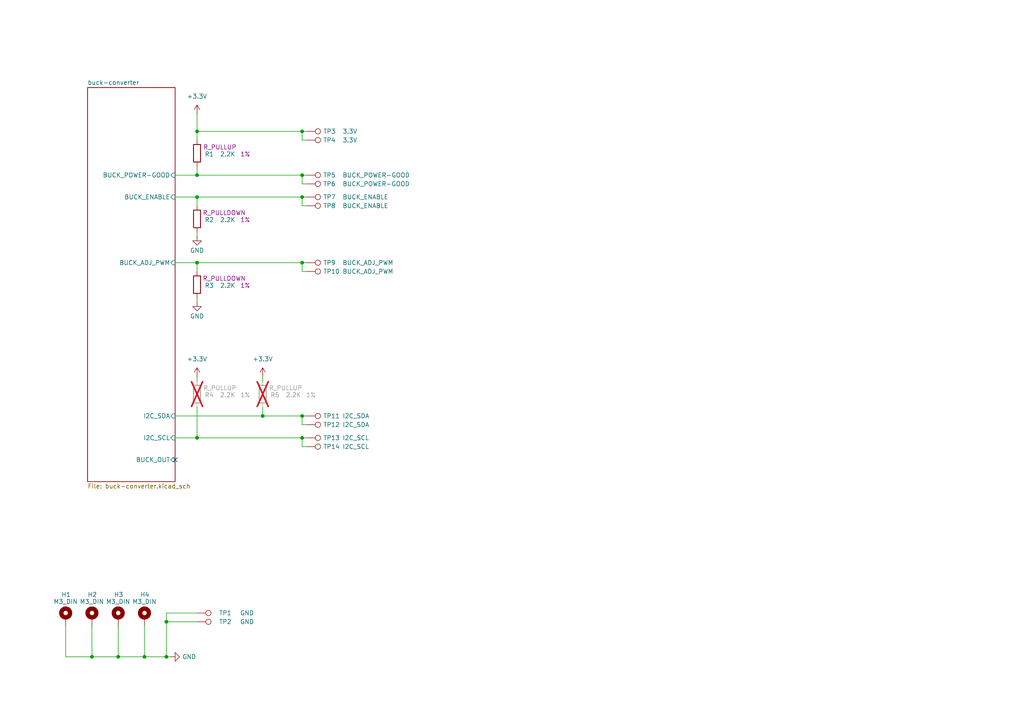
<source format=kicad_sch>
(kicad_sch (version 20250114) (generator "eeschema") (generator_version "9.0")
  (paper "A4")
  (title_block (title "dual-converter-buck-module") (date "[25.01.14]") (rev "RevC V1.1") (company "Rack Robotics, Inc."))
  (lib_symbols
    (symbol "Connector:TestPoint" (pin_numbers (hide yes)) (pin_names (offset 0.762) (hide yes))
      (property "Reference" "TP" (at 0 6.858 0))
      (property "Value" "TestPoint" (at 0 5.08 0))
      (symbol "TestPoint_0_1"
        (circle (center 0 3.302) (radius 0.762))
      )
      (symbol "TestPoint_1_1"
        (pin passive line (at 0 0 90) (length 2.54) (name "1") (number "1"))
      )
    )
    (symbol "Device:R" (pin_numbers (hide yes)) (pin_names (offset 0))
      (property "Reference" "R" (at 2.032 0 90))
      (property "Value" "R" (at 0 0 90))
      (symbol "R_0_1"
        (rectangle (start -1.016 -2.54) (end 1.016 2.54) (stroke (width 0.254)))
      )
      (symbol "R_1_1"
        (pin passive line (at 0 3.81 270) (length 1.27) (name "~") (number "1"))
        (pin passive line (at 0 -3.81 90) (length 1.27) (name "~") (number "2"))
      )
    )
    (symbol "Mechanical:MountingHole_Pad" (pin_numbers (hide yes)) (pin_names (offset 1.016) (hide yes)) (exclude_from_sim yes) (in_bom no)
      (property "Reference" "H" (at 0 6.35 0))
      (property "Value" "MountingHole_Pad" (at 0 4.445 0))
      (symbol "MountingHole_Pad_0_1"
        (circle (center 0 1.27) (radius 1.27) (stroke (width 1.27)))
      )
      (symbol "MountingHole_Pad_1_1"
        (pin input line (at 0 -2.54 90) (length 2.54) (name "1") (number "1"))
      )
    )
    (symbol "power:+3.3V" (power) (pin_numbers (hide yes)) (pin_names (offset 0) (hide yes))
      (property "Value" "+3.3V" (at 0 3.556 0))
      (symbol "+3.3V_0_1"
        (polyline (pts (xy -0.762 1.27) (xy 0 2.54)))
        (polyline (pts (xy 0 2.54) (xy 0.762 1.27)))
        (polyline (pts (xy 0 0) (xy 0 2.54)))
      )
      (symbol "+3.3V_1_1"
        (pin power_in line (at 0 0 90) (length 0) (name "~") (number "1"))
      )
    )
    (symbol "power:GND" (power) (pin_numbers (hide yes)) (pin_names (offset 0) (hide yes))
      (property "Value" "GND" (at 0 -3.81 0))
      (symbol "GND_0_1"
        (polyline (pts (xy 0 0) (xy 0 -1.27) (xy 1.27 -1.27) (xy 0 -2.54) (xy -1.27 -1.27) (xy 0 -1.27)))
      )
      (symbol "GND_1_1"
        (pin power_in line (at 0 0 270) (length 0) (name "~") (number "1"))
      )
    )
  )
  (junction (at 57.15 76.2))
  (junction (at 48.26 190.5))
  (junction (at 87.63 38.1))
  (junction (at 57.15 50.8))
  (junction (at 57.15 57.15))
  (junction (at 26.67 190.5))
  (junction (at 57.15 38.1))
  (junction (at 48.26 180.34))
  (junction (at 87.63 57.15))
  (junction (at 87.63 127))
  (junction (at 87.63 50.8))
  (junction (at 87.63 120.65))
  (junction (at 57.15 127))
  (junction (at 87.63 76.2))
  (junction (at 34.29 190.5))
  (junction (at 41.91 190.5))
  (junction (at 76.2 120.65))
  (no_connect (at 50.8 133.35))
  (wire (pts (xy 76.2 118.11) (xy 76.2 120.65)))
  (wire (pts (xy 19.05 190.5) (xy 26.67 190.5)))
  (wire (pts (xy 57.15 67.31) (xy 57.15 68.58)))
  (wire (pts (xy 19.05 181.61) (xy 19.05 190.5)))
  (wire (pts (xy 50.8 57.15) (xy 57.15 57.15)))
  (wire (pts (xy 50.8 127) (xy 57.15 127)))
  (wire (pts (xy 34.29 190.5) (xy 41.91 190.5)))
  (wire (pts (xy 48.26 180.34) (xy 48.26 190.5)))
  (wire (pts (xy 76.2 109.22) (xy 76.2 110.49)))
  (wire (pts (xy 26.67 190.5) (xy 34.29 190.5)))
  (wire (pts (xy 76.2 120.65) (xy 87.63 120.65)))
  (wire (pts (xy 48.26 190.5) (xy 49.53 190.5)))
  (wire (pts (xy 88.9 78.74) (xy 87.63 78.74)))
  (wire (pts (xy 87.63 78.74) (xy 87.63 76.2)))
  (wire (pts (xy 50.8 76.2) (xy 57.15 76.2)))
  (wire (pts (xy 57.15 38.1) (xy 87.63 38.1)))
  (wire (pts (xy 87.63 123.19) (xy 87.63 120.65)))
  (wire (pts (xy 88.9 59.69) (xy 87.63 59.69)))
  (wire (pts (xy 87.63 50.8) (xy 88.9 50.8)))
  (wire (pts (xy 87.63 120.65) (xy 88.9 120.65)))
  (wire (pts (xy 50.8 120.65) (xy 76.2 120.65)))
  (wire (pts (xy 57.15 109.22) (xy 57.15 110.49)))
  (wire (pts (xy 57.15 118.11) (xy 57.15 127)))
  (wire (pts (xy 57.15 127) (xy 87.63 127)))
  (wire (pts (xy 88.9 123.19) (xy 87.63 123.19)))
  (wire (pts (xy 41.91 190.5) (xy 48.26 190.5)))
  (wire (pts (xy 87.63 76.2) (xy 88.9 76.2)))
  (wire (pts (xy 57.15 57.15) (xy 87.63 57.15)))
  (wire (pts (xy 50.8 50.8) (xy 57.15 50.8)))
  (wire (pts (xy 88.9 129.54) (xy 87.63 129.54)))
  (wire (pts (xy 57.15 76.2) (xy 87.63 76.2)))
  (wire (pts (xy 87.63 127) (xy 88.9 127)))
  (wire (pts (xy 57.15 38.1) (xy 57.15 40.64)))
  (wire (pts (xy 87.63 38.1) (xy 88.9 38.1)))
  (wire (pts (xy 57.15 76.2) (xy 57.15 78.74)))
  (wire (pts (xy 57.15 180.34) (xy 48.26 180.34)))
  (wire (pts (xy 88.9 53.34) (xy 87.63 53.34)))
  (wire (pts (xy 48.26 177.8) (xy 48.26 180.34)))
  (wire (pts (xy 41.91 181.61) (xy 41.91 190.5)))
  (wire (pts (xy 26.67 181.61) (xy 26.67 190.5)))
  (wire (pts (xy 34.29 181.61) (xy 34.29 190.5)))
  (wire (pts (xy 57.15 33.02) (xy 57.15 38.1)))
  (wire (pts (xy 87.63 129.54) (xy 87.63 127)))
  (wire (pts (xy 57.15 48.26) (xy 57.15 50.8)))
  (wire (pts (xy 57.15 86.36) (xy 57.15 87.63)))
  (wire (pts (xy 57.15 177.8) (xy 48.26 177.8)))
  (wire (pts (xy 87.63 59.69) (xy 87.63 57.15)))
  (wire (pts (xy 57.15 50.8) (xy 87.63 50.8)))
  (wire (pts (xy 87.63 40.64) (xy 87.63 38.1)))
  (wire (pts (xy 87.63 53.34) (xy 87.63 50.8)))
  (wire (pts (xy 57.15 57.15) (xy 57.15 59.69)))
  (wire (pts (xy 88.9 40.64) (xy 87.63 40.64)))
  (wire (pts (xy 87.63 57.15) (xy 88.9 57.15)))
  (symbol (lib_id "Mechanical:MountingHole_Pad") (at 19.05 179.07 0) (unit 1) (exclude_from_sim yes) (in_bom no)
    (property "Reference" "H1" (at 17.78 172.466 0) (effects (justify left)))
    (property "Value" "M3_DIN" (at 15.494 174.498 0) (effects (justify left)))
    (property "Footprint" "MountingHole:MountingHole_3.2mm_M3_DIN965_Pad_TopBottom" (effects (hide yes)))
    (property "Datasheet" "NULL" (effects (hide yes)))
    (property "Description" "M3 Mounting hole with op & bottom pads exposed" (effects (hide yes)))
    (property "Manufacturer" "NULL" (effects (hide yes)))
    (property "Manufacturer#" "NULL" (effects (hide yes)))
    (property "Distributor" "NULL" (effects (hide yes)))
    (property "Distributor#" "NULL" (effects (hide yes)))
    (property "Role" "NULL" (effects (hide yes)))
  )
  (symbol (lib_id "Connector:TestPoint") (at 88.9 78.74 270) (unit 1) (in_bom no)
    (property "Reference" "TP10" (at 93.726 78.74 90) (effects (justify left)))
    (property "Value" "BUCK_ADJ_PWM" (at 99.314 78.74 90) (effects (justify left)))
    (property "Footprint" "TestPoint:TestPoint_Pad_2.0x2.0mm" (effects (hide yes)))
    (property "Datasheet" "NULL" (effects (hide yes)))
    (property "Description" "NULL" (effects (hide yes)))
    (property "Manufacturer" "NULL" (effects (hide yes)))
    (property "Manufacturer#" "NULL" (effects (hide yes)))
    (property "Distributor" "NULL" (effects (hide yes)))
    (property "Distributor#" "NULL" (effects (hide yes)))
    (property "Role" "NULL" (effects (hide yes)))
  )
  (symbol (lib_id "Connector:TestPoint") (at 88.9 59.69 270) (unit 1) (in_bom no)
    (property "Reference" "TP8" (at 93.726 59.69 90) (effects (justify left)))
    (property "Value" "BUCK_ENABLE" (at 99.314 59.69 90) (effects (justify left)))
    (property "Footprint" "TestPoint:TestPoint_Pad_2.0x2.0mm" (effects (hide yes)))
    (property "Datasheet" "NULL" (effects (hide yes)))
    (property "Description" "NULL" (effects (hide yes)))
    (property "Manufacturer" "NULL" (effects (hide yes)))
    (property "Manufacturer#" "NULL" (effects (hide yes)))
    (property "Distributor" "NULL" (effects (hide yes)))
    (property "Distributor#" "NULL" (effects (hide yes)))
    (property "Role" "NULL" (effects (hide yes)))
  )
  (symbol (lib_id "Connector:TestPoint") (at 88.9 129.54 270) (unit 1) (in_bom no)
    (property "Reference" "TP14" (at 93.726 129.54 90) (effects (justify left)))
    (property "Value" "I2C_SCL" (at 99.314 129.54 90) (effects (justify left)))
    (property "Footprint" "TestPoint:TestPoint_Pad_2.0x2.0mm" (effects (hide yes)))
    (property "Datasheet" "NULL" (effects (hide yes)))
    (property "Description" "NULL" (effects (hide yes)))
    (property "Manufacturer" "NULL" (effects (hide yes)))
    (property "Manufacturer#" "NULL" (effects (hide yes)))
    (property "Distributor" "NULL" (effects (hide yes)))
    (property "Distributor#" "NULL" (effects (hide yes)))
    (property "Role" "NULL" (effects (hide yes)))
  )
  (symbol (lib_id "Device:R") (at 57.15 114.3 180) (unit 1) (dnp yes)
    (property "Reference" "R4" (at 60.706 114.554 0))
    (property "Value" "2.2K" (at 66.04 114.554 0))
    (property "Footprint" "Resistor_SMD:R_0603_1608Metric" (effects (hide yes)))
    (property "Datasheet" "https://www.yageo.com/upload/media/product/products/datasheet/rchip/PYu-RC_Group_51_RoHS_L_12.pdf" (effects (hide yes)))
    (property "Description" "2.2 kOhms ±1% 0.1W, 1/10W Chip Resistor 0603 (1608 Metric) Moisture Resistant Thick Film" (effects (hide yes)))
    (property "Manufacturer" "YAGEO" (effects (hide yes)))
    (property "Tolerance" "1%" (at 71.12 114.554 0))
    (property "Role" "R_PULLUP" (at 63.754 112.522 0))
    (property "Manufacturer#" "RC0603FR-072K2L" (effects (hide yes)))
    (property "Distributor" "Digikey Electronics, Inc." (effects (hide yes)))
    (property "Distributor#" "311-2.20KHRCT-ND" (effects (hide yes)))
    (property "LCSC Part # " "C114662" (effects (hide yes)))
  )
  (symbol (lib_id "Device:R") (at 76.2 114.3 180) (unit 1) (dnp yes)
    (property "Reference" "R5" (at 79.756 114.554 0))
    (property "Value" "2.2K" (at 85.09 114.554 0))
    (property "Footprint" "Resistor_SMD:R_0603_1608Metric" (effects (hide yes)))
    (property "Datasheet" "https://www.yageo.com/upload/media/product/products/datasheet/rchip/PYu-RC_Group_51_RoHS_L_12.pdf" (effects (hide yes)))
    (property "Description" "2.2 kOhms ±1% 0.1W, 1/10W Chip Resistor 0603 (1608 Metric) Moisture Resistant Thick Film" (effects (hide yes)))
    (property "Manufacturer" "YAGEO" (effects (hide yes)))
    (property "Tolerance" "1%" (at 90.17 114.554 0))
    (property "Role" "R_PULLUP" (at 82.804 112.522 0))
    (property "Manufacturer#" "RC0603FR-072K2L" (effects (hide yes)))
    (property "Distributor" "Digikey Electronics, Inc." (effects (hide yes)))
    (property "Distributor#" "311-2.20KHRCT-ND" (effects (hide yes)))
    (property "LCSC Part # " "C114662" (effects (hide yes)))
  )
  (symbol (lib_id "Mechanical:MountingHole_Pad") (at 34.29 179.07 0) (unit 1) (exclude_from_sim yes) (in_bom no)
    (property "Reference" "H3" (at 33.02 172.466 0) (effects (justify left)))
    (property "Value" "M3_DIN" (at 30.734 174.498 0) (effects (justify left)))
    (property "Footprint" "MountingHole:MountingHole_3.2mm_M3_DIN965_Pad_TopBottom" (effects (hide yes)))
    (property "Datasheet" "NULL" (effects (hide yes)))
    (property "Description" "M3 Mounting hole with op & bottom pads exposed" (effects (hide yes)))
    (property "Manufacturer" "NULL" (effects (hide yes)))
    (property "Manufacturer#" "NULL" (effects (hide yes)))
    (property "Distributor" "NULL" (effects (hide yes)))
    (property "Distributor#" "NULL" (effects (hide yes)))
    (property "Role" "NULL" (effects (hide yes)))
  )
  (symbol (lib_id "Mechanical:MountingHole_Pad") (at 26.67 179.07 0) (unit 1) (exclude_from_sim yes) (in_bom no)
    (property "Reference" "H2" (at 25.4 172.466 0) (effects (justify left)))
    (property "Value" "M3_DIN" (at 23.114 174.498 0) (effects (justify left)))
    (property "Footprint" "MountingHole:MountingHole_3.2mm_M3_DIN965_Pad_TopBottom" (effects (hide yes)))
    (property "Datasheet" "NULL" (effects (hide yes)))
    (property "Description" "M3 Mounting hole with op & bottom pads exposed" (effects (hide yes)))
    (property "Manufacturer" "NULL" (effects (hide yes)))
    (property "Manufacturer#" "NULL" (effects (hide yes)))
    (property "Distributor" "NULL" (effects (hide yes)))
    (property "Distributor#" "NULL" (effects (hide yes)))
    (property "Role" "NULL" (effects (hide yes)))
  )
  (symbol (lib_id "Connector:TestPoint") (at 88.9 123.19 270) (unit 1) (in_bom no)
    (property "Reference" "TP12" (at 93.726 123.19 90) (effects (justify left)))
    (property "Value" "I2C_SDA" (at 99.314 123.19 90) (effects (justify left)))
    (property "Footprint" "TestPoint:TestPoint_Pad_2.0x2.0mm" (effects (hide yes)))
    (property "Datasheet" "NULL" (effects (hide yes)))
    (property "Description" "NULL" (effects (hide yes)))
    (property "Manufacturer" "NULL" (effects (hide yes)))
    (property "Manufacturer#" "NULL" (effects (hide yes)))
    (property "Distributor" "NULL" (effects (hide yes)))
    (property "Distributor#" "NULL" (effects (hide yes)))
    (property "Role" "NULL" (effects (hide yes)))
  )
  (symbol (lib_id "Connector:TestPoint") (at 88.9 76.2 270) (unit 1) (in_bom no)
    (property "Reference" "TP9" (at 93.726 76.2 90) (effects (justify left)))
    (property "Value" "BUCK_ADJ_PWM" (at 99.314 76.2 90) (effects (justify left)))
    (property "Footprint" "TestPoint:TestPoint_Pad_2.0x2.0mm" (effects (hide yes)))
    (property "Datasheet" "NULL" (effects (hide yes)))
    (property "Description" "NULL" (effects (hide yes)))
    (property "Manufacturer" "NULL" (effects (hide yes)))
    (property "Manufacturer#" "NULL" (effects (hide yes)))
    (property "Distributor" "NULL" (effects (hide yes)))
    (property "Distributor#" "NULL" (effects (hide yes)))
    (property "Role" "NULL" (effects (hide yes)))
  )
  (symbol (lib_id "power:+3.3V") (at 57.15 109.22 0) (unit 1)
    (property "Reference" "#PWR05" (effects (hide yes)))
    (property "Value" "+3.3V" (at 57.15 104.14 0))
    (property "Description" "Power symbol creates a global label with name \"+3.3V\"" (effects (hide yes)))
  )
  (symbol (lib_id "Connector:TestPoint") (at 88.9 57.15 270) (unit 1) (in_bom no)
    (property "Reference" "TP7" (at 93.726 57.15 90) (effects (justify left)))
    (property "Value" "BUCK_ENABLE" (at 99.314 57.15 90) (effects (justify left)))
    (property "Footprint" "TestPoint:TestPoint_Pad_2.0x2.0mm" (effects (hide yes)))
    (property "Datasheet" "NULL" (effects (hide yes)))
    (property "Description" "NULL" (effects (hide yes)))
    (property "Manufacturer" "NULL" (effects (hide yes)))
    (property "Manufacturer#" "NULL" (effects (hide yes)))
    (property "Distributor" "NULL" (effects (hide yes)))
    (property "Distributor#" "NULL" (effects (hide yes)))
    (property "Role" "NULL" (effects (hide yes)))
  )
  (symbol (lib_id "Mechanical:MountingHole_Pad") (at 41.91 179.07 0) (unit 1) (exclude_from_sim yes) (in_bom no)
    (property "Reference" "H4" (at 40.64 172.466 0) (effects (justify left)))
    (property "Value" "M3_DIN" (at 38.354 174.498 0) (effects (justify left)))
    (property "Footprint" "MountingHole:MountingHole_3.2mm_M3_DIN965_Pad_TopBottom" (effects (hide yes)))
    (property "Datasheet" "NULL" (effects (hide yes)))
    (property "Description" "M3 Mounting hole with op & bottom pads exposed" (effects (hide yes)))
    (property "Manufacturer" "NULL" (effects (hide yes)))
    (property "Manufacturer#" "NULL" (effects (hide yes)))
    (property "Distributor" "NULL" (effects (hide yes)))
    (property "Distributor#" "NULL" (effects (hide yes)))
    (property "Role" "NULL" (effects (hide yes)))
  )
  (symbol (lib_id "power:GND") (at 57.15 87.63 0) (unit 1)
    (property "Reference" "#PWR04" (effects (hide yes)))
    (property "Value" "GND" (at 57.15 91.694 0))
    (property "Description" "Power symbol creates a global label with name \"GND\" , ground" (effects (hide yes)))
  )
  (symbol (lib_id "power:+3.3V") (at 57.15 33.02 0) (unit 1)
    (property "Reference" "#PWR02" (effects (hide yes)))
    (property "Value" "+3.3V" (at 57.15 27.94 0))
    (property "Description" "Power symbol creates a global label with name \"+3.3V\"" (effects (hide yes)))
  )
  (symbol (lib_id "power:GND") (at 49.53 190.5 90) (unit 1)
    (property "Reference" "#PWR01" (effects (hide yes)))
    (property "Value" "GND" (at 54.864 190.5 90))
    (property "Description" "Power symbol creates a global label with name \"GND\" , ground" (effects (hide yes)))
  )
  (symbol (lib_id "Connector:TestPoint") (at 88.9 40.64 270) (unit 1) (in_bom no)
    (property "Reference" "TP4" (at 93.726 40.64 90) (effects (justify left)))
    (property "Value" "3.3V" (at 99.314 40.64 90) (effects (justify left)))
    (property "Footprint" "TestPoint:TestPoint_Pad_2.0x2.0mm" (effects (hide yes)))
    (property "Datasheet" "NULL" (effects (hide yes)))
    (property "Description" "NULL" (effects (hide yes)))
    (property "Manufacturer" "NULL" (effects (hide yes)))
    (property "Manufacturer#" "NULL" (effects (hide yes)))
    (property "Distributor" "NULL" (effects (hide yes)))
    (property "Distributor#" "NULL" (effects (hide yes)))
    (property "Role" "NULL" (effects (hide yes)))
  )
  (symbol (lib_id "Connector:TestPoint") (at 57.15 177.8 270) (unit 1) (in_bom no)
    (property "Reference" "TP1" (at 63.5 177.8 90) (effects (justify left)))
    (property "Value" "GND" (at 69.596 177.8 90) (effects (justify left)))
    (property "Footprint" "TestPoint:TestPoint_Pad_2.0x2.0mm" (effects (hide yes)))
    (property "Datasheet" "NULL" (effects (hide yes)))
    (property "Description" "NULL" (effects (hide yes)))
    (property "Manufacturer" "NULL" (effects (hide yes)))
    (property "Manufacturer#" "NULL" (effects (hide yes)))
    (property "Distributor" "NULL" (effects (hide yes)))
    (property "Distributor#" "NULL" (effects (hide yes)))
    (property "Role" "NULL" (effects (hide yes)))
  )
  (symbol (lib_id "Connector:TestPoint") (at 88.9 50.8 270) (unit 1) (in_bom no)
    (property "Reference" "TP5" (at 93.726 50.8 90) (effects (justify left)))
    (property "Value" "BUCK_POWER-GOOD" (at 99.314 50.8 90) (effects (justify left)))
    (property "Footprint" "TestPoint:TestPoint_Pad_2.0x2.0mm" (effects (hide yes)))
    (property "Datasheet" "NULL" (effects (hide yes)))
    (property "Description" "NULL" (effects (hide yes)))
    (property "Manufacturer" "NULL" (effects (hide yes)))
    (property "Manufacturer#" "NULL" (effects (hide yes)))
    (property "Distributor" "NULL" (effects (hide yes)))
    (property "Distributor#" "NULL" (effects (hide yes)))
    (property "Role" "NULL" (effects (hide yes)))
  )
  (symbol (lib_id "Connector:TestPoint") (at 88.9 120.65 270) (unit 1) (in_bom no)
    (property "Reference" "TP11" (at 93.726 120.65 90) (effects (justify left)))
    (property "Value" "I2C_SDA" (at 99.314 120.65 90) (effects (justify left)))
    (property "Footprint" "TestPoint:TestPoint_Pad_2.0x2.0mm" (effects (hide yes)))
    (property "Datasheet" "NULL" (effects (hide yes)))
    (property "Description" "NULL" (effects (hide yes)))
    (property "Manufacturer" "NULL" (effects (hide yes)))
    (property "Manufacturer#" "NULL" (effects (hide yes)))
    (property "Distributor" "NULL" (effects (hide yes)))
    (property "Distributor#" "NULL" (effects (hide yes)))
    (property "Role" "NULL" (effects (hide yes)))
  )
  (symbol (lib_id "power:GND") (at 57.15 68.58 0) (unit 1)
    (property "Reference" "#PWR03" (effects (hide yes)))
    (property "Value" "GND" (at 57.15 72.644 0))
    (property "Description" "Power symbol creates a global label with name \"GND\" , ground" (effects (hide yes)))
  )
  (symbol (lib_id "Device:R") (at 57.15 82.55 180) (unit 1)
    (property "Reference" "R3" (at 60.706 82.804 0))
    (property "Value" "2.2K" (at 66.04 82.804 0))
    (property "Footprint" "Resistor_SMD:R_0603_1608Metric" (effects (hide yes)))
    (property "Datasheet" "https://www.yageo.com/upload/media/product/products/datasheet/rchip/PYu-RC_Group_51_RoHS_L_12.pdf" (effects (hide yes)))
    (property "Description" "2.2 kOhms ±1% 0.1W, 1/10W Chip Resistor 0603 (1608 Metric) Moisture Resistant Thick Film" (effects (hide yes)))
    (property "Manufacturer" "YAGEO" (effects (hide yes)))
    (property "Tolerance" "1%" (at 71.12 82.804 0))
    (property "Role" "R_PULLDOWN" (at 65.024 80.772 0))
    (property "Manufacturer#" "RC0603FR-072K2L" (effects (hide yes)))
    (property "Distributor" "Digikey Electronics, Inc." (effects (hide yes)))
    (property "Distributor#" "311-2.20KHRCT-ND" (effects (hide yes)))
    (property "LCSC Part # " "C114662" (effects (hide yes)))
  )
  (symbol (lib_id "Connector:TestPoint") (at 57.15 180.34 270) (unit 1) (in_bom no)
    (property "Reference" "TP2" (at 63.5 180.34 90) (effects (justify left)))
    (property "Value" "GND" (at 69.596 180.34 90) (effects (justify left)))
    (property "Footprint" "TestPoint:TestPoint_Pad_2.0x2.0mm" (effects (hide yes)))
    (property "Datasheet" "NULL" (effects (hide yes)))
    (property "Description" "NULL" (effects (hide yes)))
    (property "Manufacturer" "NULL" (effects (hide yes)))
    (property "Manufacturer#" "NULL" (effects (hide yes)))
    (property "Distributor" "NULL" (effects (hide yes)))
    (property "Distributor#" "NULL" (effects (hide yes)))
    (property "Role" "NULL" (effects (hide yes)))
  )
  (symbol (lib_id "Connector:TestPoint") (at 88.9 53.34 270) (unit 1) (in_bom no)
    (property "Reference" "TP6" (at 93.726 53.34 90) (effects (justify left)))
    (property "Value" "BUCK_POWER-GOOD" (at 99.314 53.34 90) (effects (justify left)))
    (property "Footprint" "TestPoint:TestPoint_Pad_2.0x2.0mm" (effects (hide yes)))
    (property "Datasheet" "NULL" (effects (hide yes)))
    (property "Description" "NULL" (effects (hide yes)))
    (property "Manufacturer" "NULL" (effects (hide yes)))
    (property "Manufacturer#" "NULL" (effects (hide yes)))
    (property "Distributor" "NULL" (effects (hide yes)))
    (property "Distributor#" "NULL" (effects (hide yes)))
    (property "Role" "NULL" (effects (hide yes)))
  )
  (symbol (lib_id "Device:R") (at 57.15 63.5 180) (unit 1)
    (property "Reference" "R2" (at 60.706 63.754 0))
    (property "Value" "2.2K" (at 66.04 63.754 0))
    (property "Footprint" "Resistor_SMD:R_0603_1608Metric" (effects (hide yes)))
    (property "Datasheet" "https://www.yageo.com/upload/media/product/products/datasheet/rchip/PYu-RC_Group_51_RoHS_L_12.pdf" (effects (hide yes)))
    (property "Description" "2.2 kOhms ±1% 0.1W, 1/10W Chip Resistor 0603 (1608 Metric) Moisture Resistant Thick Film" (effects (hide yes)))
    (property "Manufacturer" "YAGEO" (effects (hide yes)))
    (property "Tolerance" "1%" (at 71.12 63.754 0))
    (property "Role" "R_PULLDOWN" (at 65.024 61.722 0))
    (property "Manufacturer#" "RC0603FR-072K2L" (effects (hide yes)))
    (property "Distributor" "Digikey Electronics, Inc." (effects (hide yes)))
    (property "Distributor#" "311-2.20KHRCT-ND" (effects (hide yes)))
    (property "LCSC Part # " "C114662" (effects (hide yes)))
  )
  (symbol (lib_id "Connector:TestPoint") (at 88.9 38.1 270) (unit 1) (in_bom no)
    (property "Reference" "TP3" (at 93.726 38.1 90) (effects (justify left)))
    (property "Value" "3.3V" (at 99.314 38.1 90) (effects (justify left)))
    (property "Footprint" "TestPoint:TestPoint_Pad_2.0x2.0mm" (effects (hide yes)))
    (property "Datasheet" "NULL" (effects (hide yes)))
    (property "Description" "NULL" (effects (hide yes)))
    (property "Manufacturer" "NULL" (effects (hide yes)))
    (property "Manufacturer#" "NULL" (effects (hide yes)))
    (property "Distributor" "NULL" (effects (hide yes)))
    (property "Distributor#" "NULL" (effects (hide yes)))
    (property "Role" "NULL" (effects (hide yes)))
  )
  (symbol (lib_id "Connector:TestPoint") (at 88.9 127 270) (unit 1) (in_bom no)
    (property "Reference" "TP13" (at 93.726 127 90) (effects (justify left)))
    (property "Value" "I2C_SCL" (at 99.314 127 90) (effects (justify left)))
    (property "Footprint" "TestPoint:TestPoint_Pad_2.0x2.0mm" (effects (hide yes)))
    (property "Datasheet" "NULL" (effects (hide yes)))
    (property "Description" "NULL" (effects (hide yes)))
    (property "Manufacturer" "NULL" (effects (hide yes)))
    (property "Manufacturer#" "NULL" (effects (hide yes)))
    (property "Distributor" "NULL" (effects (hide yes)))
    (property "Distributor#" "NULL" (effects (hide yes)))
    (property "Role" "NULL" (effects (hide yes)))
  )
  (symbol (lib_id "Device:R") (at 57.15 44.45 180) (unit 1)
    (property "Reference" "R1" (at 60.706 44.704 0))
    (property "Value" "2.2K" (at 66.04 44.704 0))
    (property "Footprint" "Resistor_SMD:R_0603_1608Metric" (effects (hide yes)))
    (property "Datasheet" "https://www.yageo.com/upload/media/product/products/datasheet/rchip/PYu-RC_Group_51_RoHS_L_12.pdf" (effects (hide yes)))
    (property "Description" "2.2 kOhms ±1% 0.1W, 1/10W Chip Resistor 0603 (1608 Metric) Moisture Resistant Thick Film" (effects (hide yes)))
    (property "Manufacturer" "YAGEO" (effects (hide yes)))
    (property "Tolerance" "1%" (at 71.12 44.704 0))
    (property "Role" "R_PULLUP" (at 63.754 42.672 0))
    (property "Manufacturer#" "RC0603FR-072K2L" (effects (hide yes)))
    (property "Distributor" "Digikey Electronics, Inc." (effects (hide yes)))
    (property "Distributor#" "311-2.20KHRCT-ND" (effects (hide yes)))
    (property "LCSC Part # " "C114662" (effects (hide yes)))
  )
  (symbol (lib_id "power:+3.3V") (at 76.2 109.22 0) (unit 1)
    (property "Reference" "#PWR06" (effects (hide yes)))
    (property "Value" "+3.3V" (at 76.2 104.14 0))
    (property "Description" "Power symbol creates a global label with name \"+3.3V\"" (effects (hide yes)))
  )
  (sheet (at 25.4 25.4) (size 25.4 114.3) (stroke (width 0.1524))
    (property "Sheetname" "buck-converter" (at 25.4 24.6884 0) (effects (justify left bottom)))
    (property "Sheetfile" "buck-converter.kicad_sch" (at 25.4 140.2846 0) (effects (justify left top)))
    (pin "BUCK_POWER-GOOD" input (at 50.8 50.8 0))
    (pin "BUCK_ENABLE" input (at 50.8 57.15 0))
    (pin "BUCK_ADJ_PWM" input (at 50.8 76.2 0))
    (pin "BUCK_OUT" input (at 50.8 133.35 0))
    (pin "I2C_SCL" input (at 50.8 127 0))
    (pin "I2C_SDA" input (at 50.8 120.65 0))
  )
)
</source>
